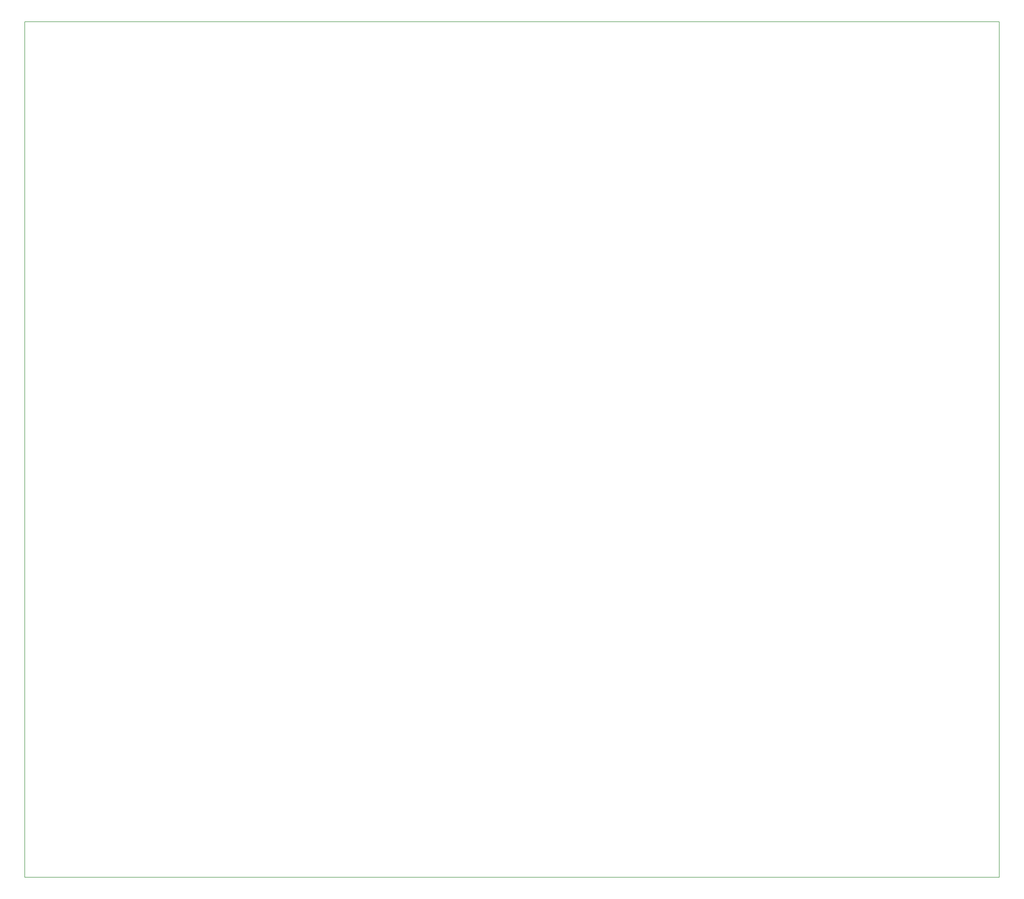
<source format=gbr>
%TF.GenerationSoftware,KiCad,Pcbnew,6.0.11-2627ca5db0~126~ubuntu22.04.1*%
%TF.CreationDate,2023-04-05T12:46:56+02:00*%
%TF.ProjectId,boxPCB,626f7850-4342-42e6-9b69-6361645f7063,rev?*%
%TF.SameCoordinates,Original*%
%TF.FileFunction,Profile,NP*%
%FSLAX46Y46*%
G04 Gerber Fmt 4.6, Leading zero omitted, Abs format (unit mm)*
G04 Created by KiCad (PCBNEW 6.0.11-2627ca5db0~126~ubuntu22.04.1) date 2023-04-05 12:46:56*
%MOMM*%
%LPD*%
G01*
G04 APERTURE LIST*
%TA.AperFunction,Profile*%
%ADD10C,0.200000*%
%TD*%
G04 APERTURE END LIST*
D10*
X0Y0D02*
X330000000Y0D01*
X330000000Y0D02*
X330000000Y-290000000D01*
X330000000Y-290000000D02*
X0Y-290000000D01*
X0Y-290000000D02*
X0Y0D01*
M02*

</source>
